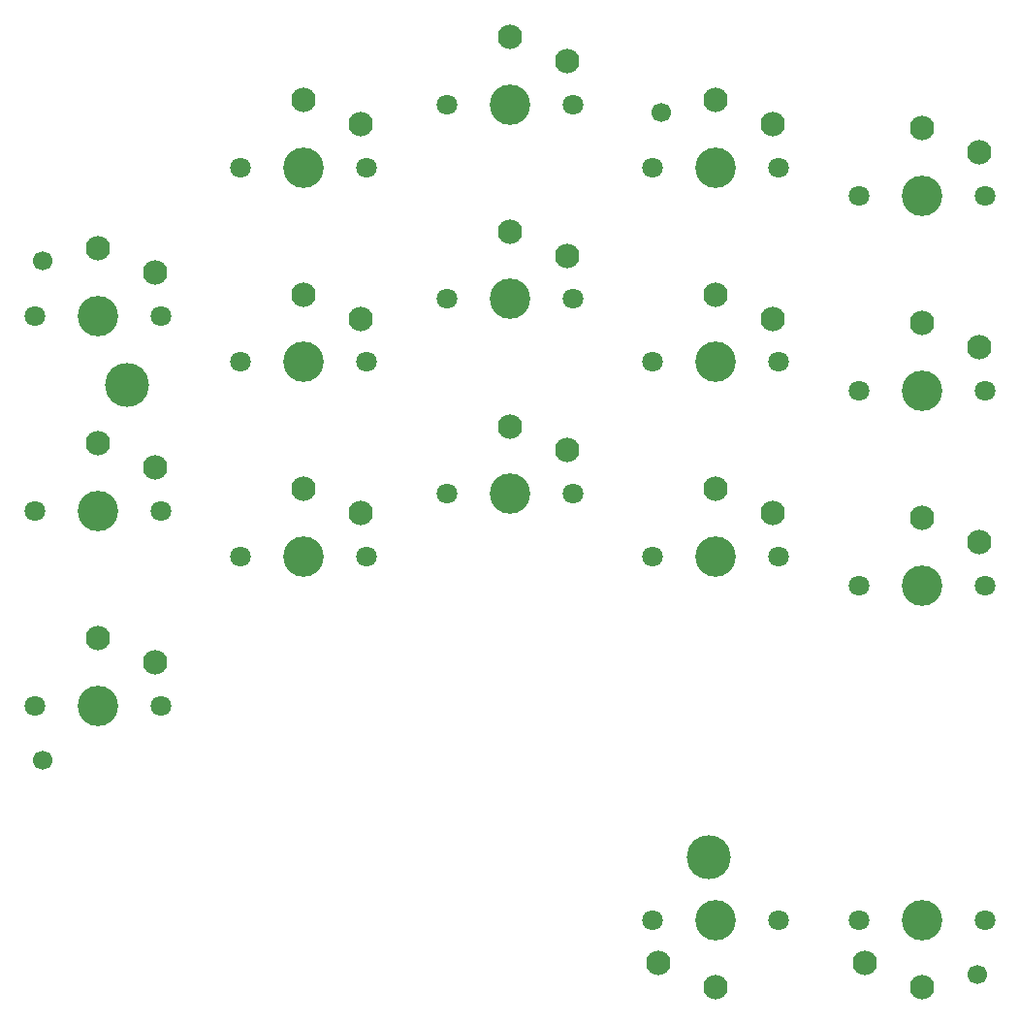
<source format=gts>
%TF.GenerationSoftware,KiCad,Pcbnew,7.0.9*%
%TF.CreationDate,2025-02-09T18:04:29-08:00*%
%TF.ProjectId,Dyad_left_routes,44796164-5f6c-4656-9674-5f726f757465,v1.0.0*%
%TF.SameCoordinates,Original*%
%TF.FileFunction,Soldermask,Top*%
%TF.FilePolarity,Negative*%
%FSLAX46Y46*%
G04 Gerber Fmt 4.6, Leading zero omitted, Abs format (unit mm)*
G04 Created by KiCad (PCBNEW 7.0.9) date 2025-02-09 18:04:29*
%MOMM*%
%LPD*%
G01*
G04 APERTURE LIST*
%ADD10C,1.801800*%
%ADD11C,3.529000*%
%ADD12C,2.132000*%
%ADD13C,1.700000*%
%ADD14C,3.833800*%
G04 APERTURE END LIST*
D10*
%TO.C,S9*%
X30500000Y52500000D03*
D11*
X36000000Y52500000D03*
D10*
X41500000Y52500000D03*
D12*
X41000000Y56300000D03*
X36000000Y58400000D03*
%TD*%
D10*
%TO.C,S1*%
X-5500000Y0D03*
D11*
X0Y0D03*
D10*
X5500000Y0D03*
D12*
X5000000Y3800000D03*
X0Y5900000D03*
%TD*%
D10*
%TO.C,S6*%
X12500000Y47000000D03*
D11*
X18000000Y47000000D03*
D10*
X23500000Y47000000D03*
D12*
X23000000Y50800000D03*
X18000000Y52900000D03*
%TD*%
D13*
%TO.C,*%
X76800000Y-23500000D03*
%TD*%
D10*
%TO.C,S10*%
X48500000Y13000000D03*
D11*
X54000000Y13000000D03*
D10*
X59500000Y13000000D03*
D12*
X59000000Y16800000D03*
X54000000Y18900000D03*
%TD*%
D14*
%TO.C,*%
X2600000Y28000000D03*
%TD*%
D13*
%TO.C,*%
X49200000Y51800000D03*
%TD*%
D10*
%TO.C,S5*%
X12500000Y30000000D03*
D11*
X18000000Y30000000D03*
D10*
X23500000Y30000000D03*
D12*
X23000000Y33800000D03*
X18000000Y35900000D03*
%TD*%
D10*
%TO.C,S3*%
X-5500000Y34000000D03*
D11*
X0Y34000000D03*
D10*
X5500000Y34000000D03*
D12*
X5000000Y37800000D03*
X0Y39900000D03*
%TD*%
D10*
%TO.C,S15*%
X66500000Y44500000D03*
D11*
X72000000Y44500000D03*
D10*
X77500000Y44500000D03*
D12*
X77000000Y48300000D03*
X72000000Y50400000D03*
%TD*%
D10*
%TO.C,S14*%
X66500000Y27500000D03*
D11*
X72000000Y27500000D03*
D10*
X77500000Y27500000D03*
D12*
X77000000Y31300000D03*
X72000000Y33400000D03*
%TD*%
D10*
%TO.C,S13*%
X66500000Y10500000D03*
D11*
X72000000Y10500000D03*
D10*
X77500000Y10500000D03*
D12*
X77000000Y14300000D03*
X72000000Y16400000D03*
%TD*%
D10*
%TO.C,S4*%
X12500000Y13000000D03*
D11*
X18000000Y13000000D03*
D10*
X23500000Y13000000D03*
D12*
X23000000Y16800000D03*
X18000000Y18900000D03*
%TD*%
D10*
%TO.C,S16*%
X77500000Y-18700000D03*
D11*
X72000000Y-18700000D03*
D10*
X66500000Y-18700000D03*
D12*
X67000000Y-22500000D03*
X72000000Y-24600000D03*
%TD*%
D10*
%TO.C,S2*%
X-5500000Y17000000D03*
D11*
X0Y17000000D03*
D10*
X5500000Y17000000D03*
D12*
X5000000Y20800000D03*
X0Y22900000D03*
%TD*%
D13*
%TO.C,*%
X-4800000Y-4800000D03*
%TD*%
D10*
%TO.C,S7*%
X30500000Y18500000D03*
D11*
X36000000Y18500000D03*
D10*
X41500000Y18500000D03*
D12*
X41000000Y22300000D03*
X36000000Y24400000D03*
%TD*%
D10*
%TO.C,S17*%
X59500000Y-18700000D03*
D11*
X54000000Y-18700000D03*
D10*
X48500000Y-18700000D03*
D12*
X49000000Y-22500000D03*
X54000000Y-24600000D03*
%TD*%
D10*
%TO.C,S8*%
X30500000Y35500000D03*
D11*
X36000000Y35500000D03*
D10*
X41500000Y35500000D03*
D12*
X41000000Y39300000D03*
X36000000Y41400000D03*
%TD*%
D13*
%TO.C,*%
X-4800000Y38800000D03*
%TD*%
D10*
%TO.C,S12*%
X48500000Y47000000D03*
D11*
X54000000Y47000000D03*
D10*
X59500000Y47000000D03*
D12*
X59000000Y50800000D03*
X54000000Y52900000D03*
%TD*%
D10*
%TO.C,S11*%
X48500000Y30000000D03*
D11*
X54000000Y30000000D03*
D10*
X59500000Y30000000D03*
D12*
X59000000Y33800000D03*
X54000000Y35900000D03*
%TD*%
D14*
%TO.C,*%
X53400000Y-13200000D03*
%TD*%
M02*

</source>
